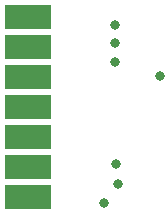
<source format=gbs>
G04 Layer_Color=8150272*
%FSLAX25Y25*%
%MOIN*%
G70*
G01*
G75*
%ADD22R,0.15800X0.08400*%
%ADD24C,0.03200*%
D22*
X112500Y428500D02*
D03*
Y438500D02*
D03*
Y448500D02*
D03*
Y458500D02*
D03*
Y468500D02*
D03*
Y478500D02*
D03*
Y488500D02*
D03*
D24*
X156500Y469000D02*
D03*
X141500Y473500D02*
D03*
Y486000D02*
D03*
X138000Y426500D02*
D03*
X142500Y433000D02*
D03*
X142000Y439500D02*
D03*
X141500Y480000D02*
D03*
M02*

</source>
